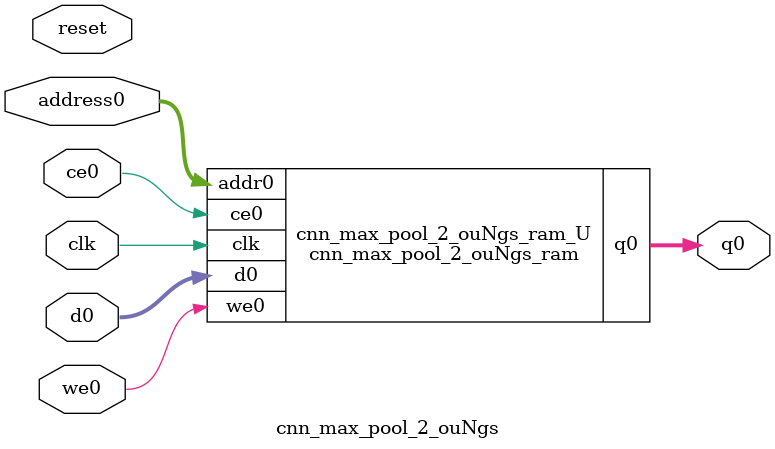
<source format=v>
`timescale 1 ns / 1 ps
module cnn_max_pool_2_ouNgs_ram (addr0, ce0, d0, we0, q0,  clk);

parameter DWIDTH = 14;
parameter AWIDTH = 9;
parameter MEM_SIZE = 400;

input[AWIDTH-1:0] addr0;
input ce0;
input[DWIDTH-1:0] d0;
input we0;
output reg[DWIDTH-1:0] q0;
input clk;

(* ram_style = "block" *)reg [DWIDTH-1:0] ram[0:MEM_SIZE-1];




always @(posedge clk)  
begin 
    if (ce0) 
    begin
        if (we0) 
        begin 
            ram[addr0] <= d0; 
        end 
        q0 <= ram[addr0];
    end
end


endmodule

`timescale 1 ns / 1 ps
module cnn_max_pool_2_ouNgs(
    reset,
    clk,
    address0,
    ce0,
    we0,
    d0,
    q0);

parameter DataWidth = 32'd14;
parameter AddressRange = 32'd400;
parameter AddressWidth = 32'd9;
input reset;
input clk;
input[AddressWidth - 1:0] address0;
input ce0;
input we0;
input[DataWidth - 1:0] d0;
output[DataWidth - 1:0] q0;



cnn_max_pool_2_ouNgs_ram cnn_max_pool_2_ouNgs_ram_U(
    .clk( clk ),
    .addr0( address0 ),
    .ce0( ce0 ),
    .we0( we0 ),
    .d0( d0 ),
    .q0( q0 ));

endmodule


</source>
